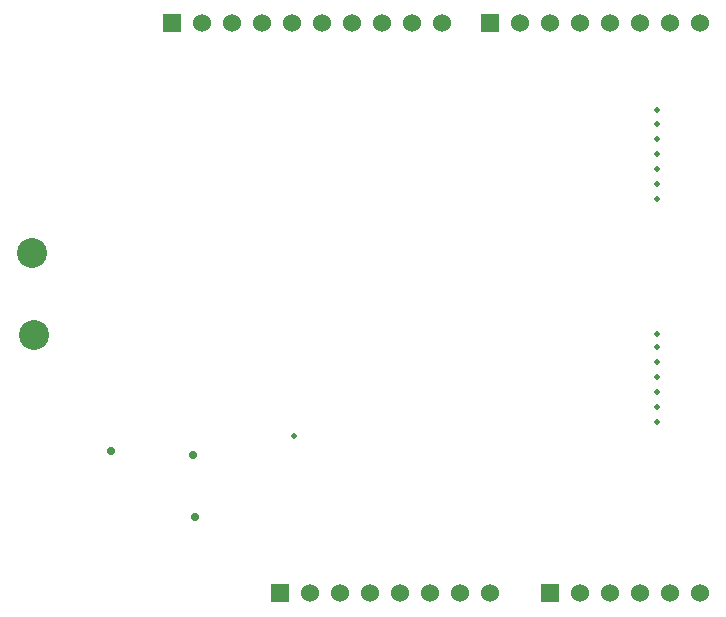
<source format=gbr>
G04*
G04 #@! TF.GenerationSoftware,Altium Limited,Altium Designer,23.0.1 (38)*
G04*
G04 Layer_Color=16711935*
%FSLAX44Y44*%
%MOMM*%
G71*
G04*
G04 #@! TF.SameCoordinates,64DEC9DB-233E-40C6-88A2-80678BC6FC1E*
G04*
G04*
G04 #@! TF.FilePolarity,Negative*
G04*
G01*
G75*
%ADD24R,1.5300X1.5300*%
%ADD25C,1.5300*%
%ADD26C,2.5400*%
%ADD27C,0.5080*%
%ADD28C,0.7112*%
D24*
X192278Y509778D02*
D03*
X512318Y27178D02*
D03*
X283718D02*
D03*
X461518Y509778D02*
D03*
D25*
X217678D02*
D03*
X243078D02*
D03*
X268478D02*
D03*
X293878D02*
D03*
X319278D02*
D03*
X344678D02*
D03*
X370078D02*
D03*
X395478D02*
D03*
X420878D02*
D03*
X537718Y27178D02*
D03*
X563118D02*
D03*
X588518D02*
D03*
X613918D02*
D03*
X639318D02*
D03*
X309118D02*
D03*
X334518D02*
D03*
X359918D02*
D03*
X385318D02*
D03*
X410718D02*
D03*
X436118D02*
D03*
X461518D02*
D03*
X486918Y509778D02*
D03*
X512318D02*
D03*
X537718D02*
D03*
X563118D02*
D03*
X588518D02*
D03*
X613918D02*
D03*
X639318D02*
D03*
D26*
X75438Y245618D02*
D03*
X73914Y315468D02*
D03*
D27*
X295148Y160528D02*
D03*
X602488Y235458D02*
D03*
Y171958D02*
D03*
Y197358D02*
D03*
Y184658D02*
D03*
Y246888D02*
D03*
Y210058D02*
D03*
Y436118D02*
D03*
Y424688D02*
D03*
Y411988D02*
D03*
Y399288D02*
D03*
Y386588D02*
D03*
Y373888D02*
D03*
Y361188D02*
D03*
Y222758D02*
D03*
D28*
X140208Y147828D02*
D03*
X211328Y91948D02*
D03*
X210058Y144018D02*
D03*
M02*

</source>
